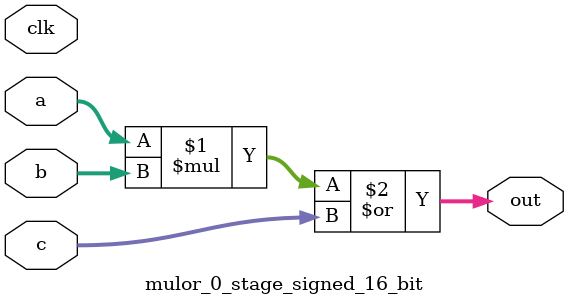
<source format=sv>
(* use_dsp = "yes" *) module mulor_0_stage_signed_16_bit(
	input signed [15:0] a,
	input signed [15:0] b,
	input signed [15:0] c,
	output [15:0] out,
	input clk);

	assign out = (a * b) | c;
endmodule

</source>
